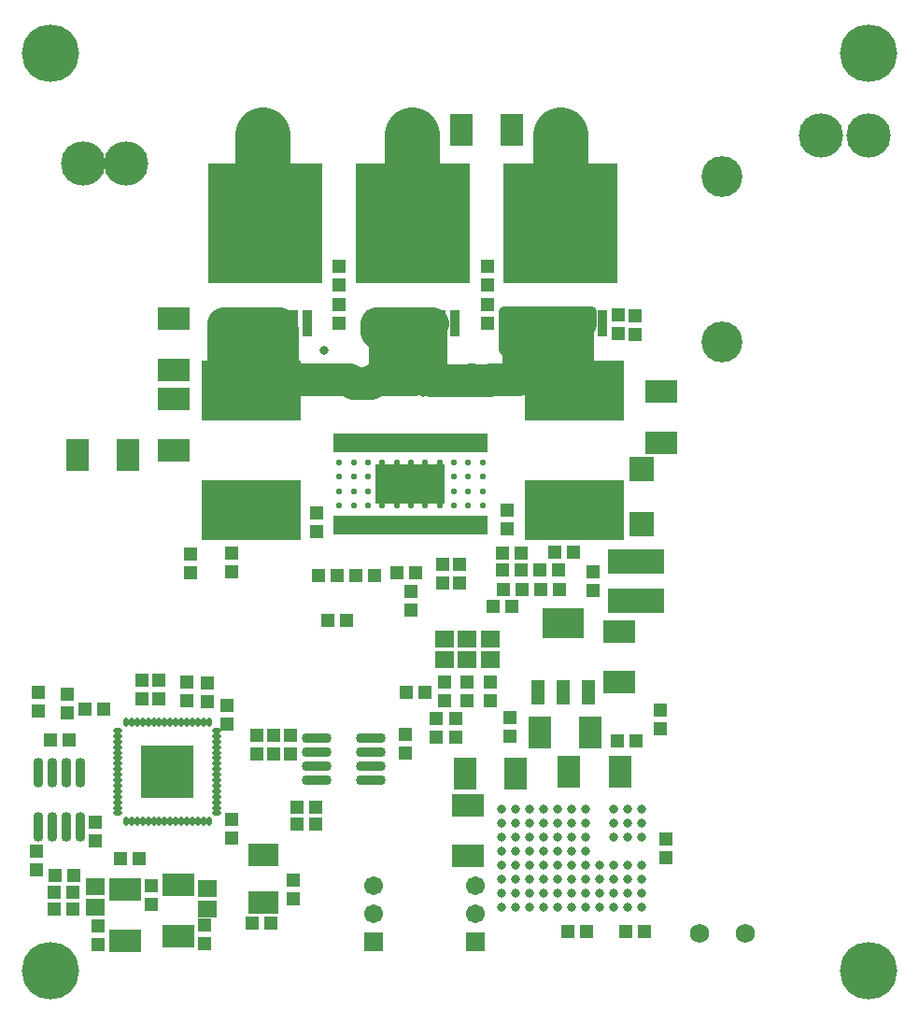
<source format=gbs>
%FSTAX23Y23*%
%MOMM*%
%SFA1B1*%

%IPPOS*%
%ADD35C,0.299999*%
%ADD37C,2.999994*%
%ADD39C,0.999998*%
%ADD42C,4.999990*%
%ADD56C,0.584199*%
%ADD90R,2.103196X2.903194*%
%ADD92R,2.803194X2.103196*%
%ADD93R,1.203198X2.203196*%
%ADD94R,3.703193X2.703195*%
%ADD99R,1.703197X1.503197*%
%ADD100R,1.203198X1.303197*%
%ADD101R,1.303197X1.203198*%
%ADD102R,10.298179X10.898178*%
%ADD103R,0.953198X2.488195*%
%ADD113R,2.903194X2.103196*%
%ADD114C,3.703193*%
%ADD115R,1.703197X1.703197*%
%ADD116C,1.703197*%
%ADD117C,4.013192*%
%ADD118C,5.203190*%
%ADD119C,0.838198*%
%ADD120C,1.727197*%
%ADD121R,6.349987X3.609993*%
%ADD122O,0.903198X2.703195*%
%ADD123C,0.833198*%
%ADD124R,0.503199X1.753196*%
%ADD125R,8.953182X5.403189*%
%ADD126R,5.203190X2.203196*%
%ADD127R,2.203196X2.203196*%
%ADD128O,2.703195X0.903198*%
%ADD129O,0.453199X0.853198*%
%ADD130O,0.853198X0.453199*%
%ADD131R,4.703191X4.703191*%
%LNninja_ecu_pcb-1*%
%LPD*%
G54D35*
X36165Y51786D02*
X36829Y5245D01*
X3194Y52582D02*
X34001Y54644D01*
X32072Y5245D02*
X32891Y51632D01*
X36165Y51046D02*
Y51786D01*
G54D37*
X36512Y5753D02*
X37025D01*
X32702D02*
X33972D01*
X18287D02*
X19557D01*
X23367Y53339D02*
Y56941D01*
X34019Y57578D02*
X35305Y56292D01*
X3194Y56824D02*
Y5753D01*
Y56824D02*
X32603Y56161D01*
X18033Y5403D02*
Y5753D01*
X20573D02*
X23113D01*
X19303D02*
X20573D01*
X36512D02*
X36829Y57213D01*
Y5245D02*
Y57213D01*
X32703Y53412D02*
Y5606D01*
X35305Y5245D02*
Y56292D01*
X20624Y51439D02*
Y5748D01*
X3194Y5753D02*
X32702D01*
X34019Y57578D02*
X36465D01*
X31717Y5245D02*
X32072D01*
X31415Y52149D02*
X31717Y5245D01*
X29798Y52149D02*
X31415D01*
X29496Y5245D02*
X29798Y52149D01*
X2578Y5245D02*
X29496D01*
X4483Y5753D02*
X44878Y57483D01*
X4991Y5753D02*
X50423D01*
X4737D02*
X4991D01*
X461D02*
X4737D01*
X4483D02*
X461D01*
X36829Y5245D02*
X36877Y52403D01*
X20624Y51439D02*
X21635Y5245D01*
X2578*
X40432Y52403D02*
X4048Y5245D01*
X40545*
X40593Y52403*
X4221*
X42258Y5245*
X4483*
Y53626*
X44878Y53674*
Y57483*
X36877Y52403D02*
X40432D01*
X36194Y5245D02*
X36829D01*
X49904Y51439D02*
Y57524D01*
X4737Y53973D02*
Y5753D01*
X34001Y54644D02*
X36194Y5245D01*
X31894D02*
X35128D01*
G54D39*
X5118Y52716D02*
Y5753D01*
X49904Y51439D02*
X5118Y52716D01*
X51423Y57773D02*
Y58546D01*
X4356Y55194D02*
Y58546D01*
Y55194D02*
X43878Y54877D01*
Y54088D02*
Y54877D01*
X4356Y58546D02*
X51423D01*
G54D42*
X4864Y66293D02*
Y74675D01*
X35178Y66293D02*
Y74675D01*
X21589Y66293D02*
Y74675D01*
G54D56*
X41579Y4492D03*
X40279D03*
X38979D03*
X37679D03*
X36379D03*
X35079D03*
X33779D03*
X32479D03*
X31179D03*
X29879D03*
X28579D03*
X41579Y4362D03*
X40279D03*
X38979D03*
X37679D03*
X36379D03*
X35079D03*
X33779D03*
X32479D03*
X31179D03*
X29879D03*
X28579D03*
X41579Y4232D03*
X40279D03*
X38979D03*
X37679D03*
X36379D03*
X35079D03*
X33779D03*
X32479D03*
X31179D03*
X29879D03*
X28579D03*
X41579Y4102D03*
X40279D03*
X38979D03*
X37679D03*
X36379D03*
X35079D03*
X33779D03*
X32479D03*
X31179D03*
X29879D03*
X28579D03*
G54D90*
X39623Y75056D03*
X44223D03*
X04825Y45592D03*
X09425D03*
X51321Y20446D03*
X46721D03*
X44576Y16763D03*
X39976D03*
X49402Y1689D03*
X54002D03*
G54D92*
X21716Y09379D03*
Y05079D03*
G54D93*
X5118Y24129D03*
X4888D03*
X4658D03*
G54D94*
X4888Y30329D03*
G54D99*
X38099Y28955D03*
Y27055D03*
X40195Y28955D03*
Y27055D03*
X42294Y28955D03*
Y27055D03*
X16636Y06344D03*
Y04444D03*
X06476Y06503D03*
Y04603D03*
G54D100*
X01269Y22429D03*
Y24129D03*
X53847Y56592D03*
Y58292D03*
X55371Y58214D03*
Y56514D03*
X42036Y61037D03*
Y62737D03*
Y5923D03*
Y5753D03*
X28574Y62737D03*
Y61037D03*
Y5923D03*
Y5753D03*
X10667Y25194D03*
Y23494D03*
X12191D03*
Y25194D03*
X21081Y20241D03*
Y18541D03*
X11556Y04903D03*
Y06603D03*
X22605Y18492D03*
Y20192D03*
X24129Y18492D03*
Y20192D03*
X43814Y38939D03*
Y40639D03*
X39496Y35735D03*
Y34035D03*
X37337Y20016D03*
Y21716D03*
X39115Y20016D03*
Y21716D03*
X44068Y20143D03*
Y21843D03*
X37972Y35735D03*
Y34035D03*
X38099Y25067D03*
Y23367D03*
X40131Y25067D03*
Y23367D03*
X4229Y25067D03*
Y23367D03*
X58165Y09094D03*
Y10794D03*
X14731Y25067D03*
Y23367D03*
X03936Y23924D03*
Y22224D03*
X01142Y08D03*
Y097D03*
X16636Y2494D03*
Y2324D03*
X18795Y10872D03*
Y12572D03*
X18414Y22908D03*
Y21208D03*
X16382Y01308D03*
Y03008D03*
X0673Y0122D03*
Y0292D03*
X24383Y05393D03*
Y07093D03*
X26542Y40385D03*
Y38685D03*
X34543Y18619D03*
Y20319D03*
X18795Y36751D03*
Y35051D03*
X15112Y34924D03*
Y36624D03*
X06476Y12367D03*
Y10667D03*
X57657Y22527D03*
Y20827D03*
X35051Y31573D03*
Y33273D03*
X51561Y33351D03*
Y35051D03*
G54D101*
X02412Y19811D03*
X04112D03*
X02822Y07487D03*
X04522D03*
X02744Y05968D03*
X04444D03*
Y04444D03*
X02744D03*
X26464Y13715D03*
X24764D03*
X26464Y12191D03*
X24764D03*
X45133Y334D03*
X43433D03*
X48562D03*
X46862D03*
X45094Y35178D03*
X43394D03*
X30049Y3467D03*
X31749D03*
X5456Y02412D03*
X5626D03*
X50975D03*
X49275D03*
X08713Y09016D03*
X10413D03*
X224Y03156D03*
X207D03*
X05538Y22605D03*
X07238D03*
X29258Y30606D03*
X27558D03*
X44244Y31876D03*
X42544D03*
X35481Y34924D03*
X33781D03*
X43384Y36702D03*
X45084D03*
X46735Y35178D03*
X48435D03*
X26669Y3467D03*
X28369D03*
X53798Y19684D03*
X55498D03*
X3637Y24129D03*
X3467D03*
X48132Y36829D03*
X49832D03*
G54D102*
X4864Y66573D03*
X35242D03*
X21843D03*
G54D103*
X4483Y5753D03*
X461D03*
X4737D03*
X4991D03*
X5118D03*
X5245D03*
X31432D03*
X32702D03*
X33972D03*
X36512D03*
X37782D03*
X39052D03*
X18033D03*
X19303D03*
X20573D03*
X23113D03*
X24383D03*
X25653D03*
G54D113*
X13969Y02031D03*
Y06631D03*
X09143Y01603D03*
Y06203D03*
X53974Y25018D03*
Y29618D03*
X57784Y46735D03*
Y51335D03*
X13588Y50672D03*
Y46072D03*
Y53339D03*
Y57939D03*
X40258Y1387D03*
Y0927D03*
G54D114*
X63272Y55833D03*
Y70833D03*
G54D115*
X31654Y01523D03*
X40893D03*
G54D116*
X31654Y04063D03*
Y06603D03*
X40893Y04063D03*
Y06603D03*
G54D117*
X0927Y72008D03*
X7658Y74548D03*
X05333Y72008D03*
X72262Y74548D03*
X4864Y74675D03*
X35178D03*
X21589D03*
G54D118*
X02412Y-01142D03*
X7658Y82041D03*
Y-01142D03*
X02412Y82041D03*
G54D119*
X27177Y55117D03*
G54D120*
X61213Y02285D03*
X65404D03*
G54D121*
X35032Y42992D03*
G54D122*
X01269Y168D03*
X02539D03*
X03809D03*
X05079D03*
X01269Y119D03*
X02539D03*
X03809D03*
X05079D03*
G54D123*
X44576Y04597D03*
X45846D03*
X47116D03*
X48386D03*
X49656D03*
X50926D03*
X52196D03*
X53466D03*
X54736D03*
X56006D03*
X44576Y05867D03*
X45846D03*
X47116D03*
X48386D03*
X49656D03*
X50926D03*
X52196D03*
X53466D03*
X54736D03*
X56006D03*
X44576Y07137D03*
X45846D03*
X47116D03*
X48386D03*
X49656D03*
X50926D03*
X52196D03*
X53466D03*
X54736D03*
X56006D03*
X44576Y08407D03*
X45846D03*
X47116D03*
X48386D03*
X49656D03*
X50926D03*
X52196D03*
X53466D03*
X54736D03*
X56006D03*
X43306Y09677D03*
X44576D03*
X45846D03*
X47116D03*
X48386D03*
X49656D03*
X50926D03*
X43306Y10947D03*
X44576D03*
X45846D03*
X47116D03*
X48386D03*
X49656D03*
X50926D03*
X53466D03*
X54736D03*
X56006D03*
X43306Y12217D03*
X44576D03*
X45846D03*
X47116D03*
X48386D03*
X49656D03*
X50926D03*
X53466D03*
X54736D03*
X56006D03*
Y13487D03*
X54736D03*
X53466D03*
X50926D03*
X49656D03*
X48386D03*
X47116D03*
X45846D03*
X44576D03*
X43306D03*
Y04597D03*
Y05867D03*
Y07137D03*
Y08407D03*
G54D124*
X41782Y39242D03*
X41282D03*
X40782D03*
X40282D03*
X39782D03*
X39282D03*
X38782D03*
X38282D03*
X37782D03*
X37282D03*
X36782D03*
X36282D03*
X35782D03*
X35282D03*
X34782D03*
X34282D03*
X33782D03*
X33282D03*
X32782D03*
X32282D03*
X31782D03*
X31282D03*
X30782D03*
X30282D03*
X29782D03*
X29282D03*
X28782D03*
X28282D03*
Y46742D03*
X28782Y46735D03*
X29282Y46742D03*
X29782D03*
X30282D03*
X30782D03*
X31282D03*
X31782D03*
X32282D03*
X32782D03*
X33282D03*
X33782D03*
X34282D03*
X34782D03*
X35282D03*
X35782D03*
X36282D03*
X36782D03*
X37282D03*
X37782D03*
X38282D03*
X38782D03*
X39282D03*
X39782D03*
X40282D03*
X40782D03*
X41282D03*
X41782D03*
G54D125*
X20624Y51439D03*
Y40639D03*
X49904Y51439D03*
Y40639D03*
G54D126*
X55498Y32407D03*
Y35963D03*
G54D127*
X56006Y44322D03*
Y39369D03*
G54D128*
X26505Y16128D03*
Y17398D03*
Y18668D03*
Y19938D03*
X31405Y16128D03*
Y17398D03*
Y18668D03*
Y19938D03*
G54D129*
X16754Y12415D03*
X16254D03*
X15754D03*
X15254D03*
X14754D03*
X14254D03*
X13754D03*
X13254D03*
X12754D03*
X12254D03*
X11754D03*
X11254D03*
X10754D03*
X10254D03*
X09754D03*
X09254D03*
Y21365D03*
X09754D03*
X10254D03*
X10754D03*
X11254D03*
X11754D03*
X12254D03*
X12754D03*
X13254D03*
X13754D03*
X14254D03*
X14754D03*
X15254D03*
X15754D03*
X16254D03*
X16754D03*
G54D130*
X08529Y1314D03*
Y1364D03*
Y1414D03*
Y1464D03*
Y1514D03*
Y1564D03*
Y1614D03*
Y1664D03*
Y1714D03*
Y1764D03*
Y1814D03*
Y1864D03*
Y1914D03*
Y1964D03*
Y2014D03*
Y2064D03*
X17479D03*
Y2014D03*
Y1964D03*
Y1914D03*
Y1864D03*
Y1814D03*
Y1764D03*
Y1714D03*
Y1664D03*
Y1614D03*
Y1564D03*
Y1514D03*
Y1464D03*
Y1414D03*
Y1364D03*
Y1314D03*
G54D131*
X13004Y1689D03*
M02*
</source>
